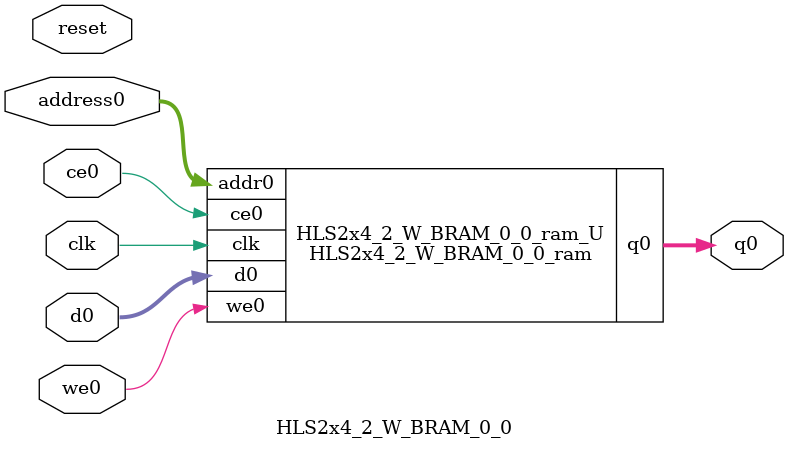
<source format=v>

`timescale 1 ns / 1 ps
module HLS2x4_2_W_BRAM_0_0_ram (addr0, ce0, d0, we0, q0,  clk);

parameter DWIDTH = 16;
parameter AWIDTH = 5;
parameter MEM_SIZE = 25;

input[AWIDTH-1:0] addr0;
input ce0;
input[DWIDTH-1:0] d0;
input we0;
output reg[DWIDTH-1:0] q0;
input clk;

(* ram_style = "distributed" *)reg [DWIDTH-1:0] ram[0:MEM_SIZE-1];




always @(posedge clk)  
begin 
    if (ce0) 
    begin
        if (we0) 
        begin 
            ram[addr0] <= d0; 
            q0 <= d0;
        end 
        else 
            q0 <= ram[addr0];
    end
end


endmodule


`timescale 1 ns / 1 ps
module HLS2x4_2_W_BRAM_0_0(
    reset,
    clk,
    address0,
    ce0,
    we0,
    d0,
    q0);

parameter DataWidth = 32'd16;
parameter AddressRange = 32'd25;
parameter AddressWidth = 32'd5;
input reset;
input clk;
input[AddressWidth - 1:0] address0;
input ce0;
input we0;
input[DataWidth - 1:0] d0;
output[DataWidth - 1:0] q0;



HLS2x4_2_W_BRAM_0_0_ram HLS2x4_2_W_BRAM_0_0_ram_U(
    .clk( clk ),
    .addr0( address0 ),
    .ce0( ce0 ),
    .d0( d0 ),
    .we0( we0 ),
    .q0( q0 ));

endmodule


</source>
